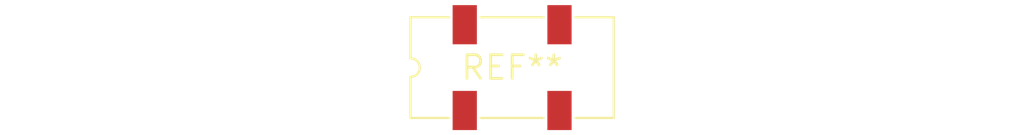
<source format=kicad_pcb>
(kicad_pcb (version 20240108) (generator pcbnew)
  (layers (0 "F.Cu" signal) (31 "B.Cu" signal) (34 "B.Paste" user) (35 "F.Paste" user) (36 "B.SilkS" user "B.Silkscreen") (37 "F.SilkS" user "F.Silkscreen") (38 "B.Mask" user) (39 "F.Mask" user) (44 "Edge.Cuts" user))
  (net 0 "")
  (footprint "Oscillator_SMD_SeikoEpson_SG8002JC-4Pin_10.5x5.0mm" (layer "F.Cu") (at 0 0)
    (property "Reference" "REF**")
    (property "Value" "Oscillator_SMD_SeikoEpson_SG8002JC-4Pin_10.5x5.0mm")
    (fp_line (start -5.45 -2.7) (end -3.39 -2.7) (layer "F.SilkS") (stroke (width 0.12)))
    (fp_line (start -5.45 -0.5) (end -5.45 -2.7) (layer "F.SilkS") (stroke (width 0.12)))
    (fp_line (start -5.45 2.7) (end -5.45 0.5) (layer "F.SilkS") (stroke (width 0.12)))
    (fp_line (start -5.45 2.7) (end -3.39 2.7) (layer "F.SilkS") (stroke (width 0.12)))
    (fp_line (start -1.69 -2.7) (end 1.69 -2.7) (layer "F.SilkS") (stroke (width 0.12)))
    (fp_line (start 1.69 2.7) (end -1.69 2.7) (layer "F.SilkS") (stroke (width 0.12)))
    (fp_line (start 3.39 -2.7) (end 5.45 -2.7) (layer "F.SilkS") (stroke (width 0.12)))
    (fp_line (start 5.45 -2.7) (end 5.45 2.7) (layer "F.SilkS") (stroke (width 0.12)))
    (fp_line (start 5.45 2.7) (end 3.39 2.7) (layer "F.SilkS") (stroke (width 0.12)))
    (fp_arc (start -5.45 -0.5) (mid -4.95 0) (end -5.45 0.5) (layer "F.SilkS") (stroke (width 0.12)))
    (pad "1" smd rect (at -2.54 2.3) (size 1.3 2.1) (layers "F.Cu" "F.Paste" "F.Mask"))
    (pad "2" smd rect (at 2.54 2.3) (size 1.3 2.1) (layers "F.Cu" "F.Paste" "F.Mask"))
    (pad "3" smd rect (at 2.54 -2.3) (size 1.3 2.1) (layers "F.Cu" "F.Paste" "F.Mask"))
    (pad "4" smd rect (at -2.54 -2.3) (size 1.3 2.1) (layers "F.Cu" "F.Paste" "F.Mask"))
  )
)
</source>
